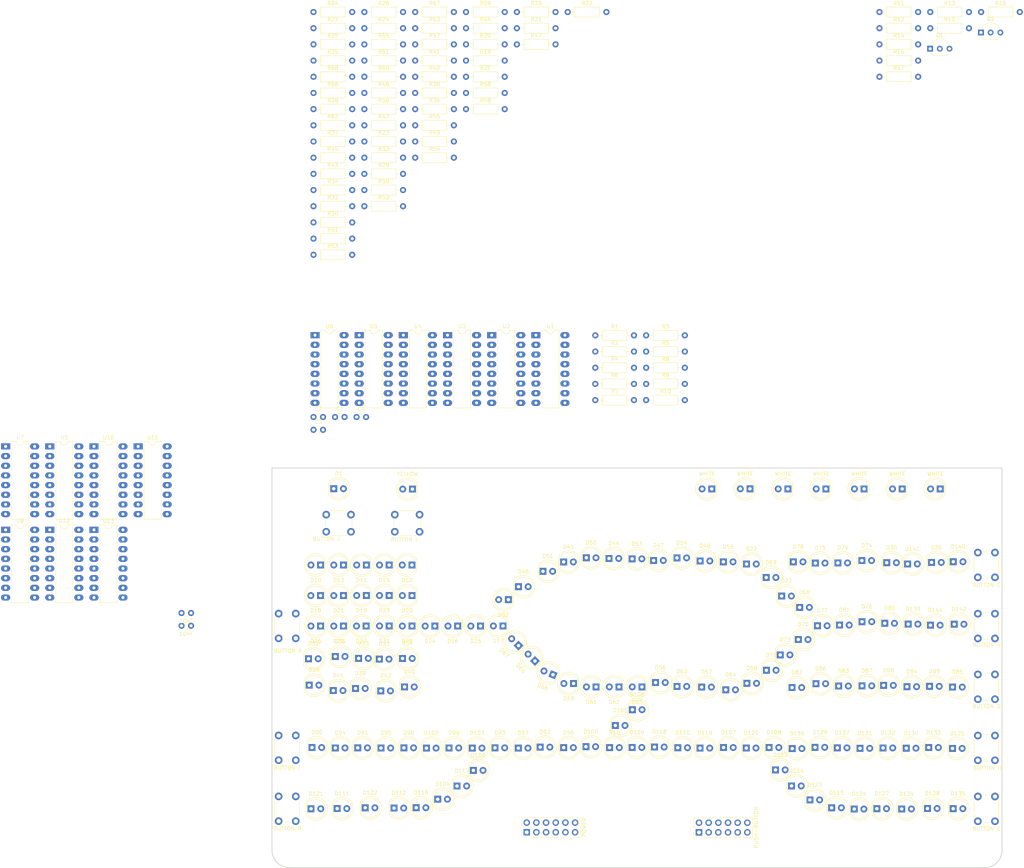
<source format=kicad_pcb>
(kicad_pcb (version 20221018) (generator pcbnew)
  (layers (0 "F.Cu" signal) (31 "B.Cu" signal) (34 "B.Paste" user) (35 "F.Paste" user) (36 "B.SilkS" user "B.Silkscreen") (37 "F.SilkS" user "F.Silkscreen") (38 "B.Mask" user) (39 "F.Mask" user) (44 "Edge.Cuts" user))
  (net 0 "")
  (net 1 "Net-(D1-Pad1)")
  (net 2 "+12P")
  (net 3 "Net-(D2-Pad1)")
  (net 4 "Net-(D3-Pad1)")
  (net 5 "Net-(D4-Pad1)")
  (net 6 "Net-(D5-Pad1)")
  (net 7 "Net-(D7-Pad1)")
  (net 8 "Net-(D8-Pad1)")
  (net 9 "Net-(D10-Pad1)")
  (net 10 "Net-(D11-Pad1)")
  (net 11 "Net-(D13-Pad1)")
  (net 12 "Net-(D16-Pad1)")
  (net 13 "Net-(D18-Pad1)")
  (net 14 "Net-(D19-Pad1)")
  (net 15 "Net-(D21-Pad1)")
  (net 16 "Net-(D24-Pad1)")
  (net 17 "Net-(D26-Pad1)")
  (net 18 "Net-(D27-Pad1)")
  (net 19 "Net-(D29-Pad1)")
  (net 20 "Net-(D32-Pad1)")
  (net 21 "Net-(D33-Pad1)")
  (net 22 "Net-(D35-Pad1)")
  (net 23 "Net-(D38-Pad1)")
  (net 24 "Net-(D39-Pad1)")
  (net 25 "Net-(D41-Pad1)")
  (net 26 "/Panel Display Buttons/PB-GS")
  (net 27 "/Panel Display Buttons/PB-PL1")
  (net 28 "/Panel Display Buttons/PB-PL2")
  (net 29 "/Panel Display Buttons/PB-MLE")
  (net 30 "/Panel Display Buttons/PB-SD")
  (net 31 "/Panel Display Buttons/PB-DK")
  (net 32 "/Panel Display Buttons/PB-MLW")
  (net 33 "/Panel Display Buttons/PB-FY")
  (net 34 "/Panel Display Buttons/PB-AUX2")
  (net 35 "/Panel Display Buttons/PB-AUX1")
  (net 36 "GND")
  (net 37 "Net-(J2-Pad7)")
  (net 38 "/LED Aux/AUX2")
  (net 39 "/LED Aux/AUX1")
  (net 40 "+5V")
  (net 41 "Net-(Q1-Pad1)")
  (net 42 "Net-(Q1-Pad2)")
  (net 43 "Net-(Q2-Pad1)")
  (net 44 "Net-(Q2-Pad2)")
  (net 45 "/LED1")
  (net 46 "/LED24")
  (net 47 "/LED6")
  (net 48 "/LED2")
  (net 49 "/LED25")
  (net 50 "/LED29")
  (net 51 "/LED3")
  (net 52 "/LED26")
  (net 53 "/LED4")
  (net 54 "/LED27")
  (net 55 "/LED5")
  (net 56 "/LED28")
  (net 57 "/LED8")
  (net 58 "/LED7")
  (net 59 "/LED9")
  (net 60 "/LED16")
  (net 61 "/LED15")
  (net 62 "/LED14")
  (net 63 "/LED13")
  (net 64 "/LED12")
  (net 65 "/LED11")
  (net 66 "/LED10")
  (net 67 "/LED17")
  (net 68 "/LED23")
  (net 69 "/LED22")
  (net 70 "/LED21")
  (net 71 "/LED20")
  (net 72 "/LED19")
  (net 73 "/LED18")
  (net 74 "/LED30")
  (net 75 "/LED31")
  (net 76 "/LED32")
  (net 77 "/LED34")
  (net 78 "/LED35")
  (net 79 "/LED36")
  (net 80 "/LED37")
  (net 81 "/LED38")
  (net 82 "/LED39")
  (net 83 "/LED40")
  (net 84 "/LED33")
  (net 85 "/LED42")
  (net 86 "/LED43")
  (net 87 "/LED44")
  (net 88 "/LED45")
  (net 89 "/LED46")
  (net 90 "/LED47")
  (net 91 "/LED48")
  (net 92 "/LED41")
  (net 93 "Net-(D44-Pad2)")
  (net 94 "Net-(D47-Pad2)")
  (net 95 "Net-(D50-Pad2)")
  (net 96 "Net-(D53-Pad2)")
  (net 97 "Net-(D56-Pad1)")
  (net 98 "Net-(D57-Pad1)")
  (net 99 "Net-(D59-Pad2)")
  (net 100 "Net-(D59-Pad1)")
  (net 101 "Net-(D61-Pad1)")
  (net 102 "Net-(D63-Pad1)")
  (net 103 "Net-(D78-Pad1)")
  (net 104 "Net-(D82-Pad1)")
  (net 105 "Net-(D84-Pad1)")
  (net 106 "Net-(D86-Pad1)")
  (net 107 "Net-(D88-Pad1)")
  (net 108 "Net-(D92-Pad1)")
  (net 109 "Net-(D100-Pad1)")
  (net 110 "Net-(D96-Pad1)")
  (net 111 "Net-(D104-Pad2)")
  (net 112 "Net-(D104-Pad1)")
  (net 113 "Net-(D107-Pad2)")
  (net 114 "Net-(D107-Pad1)")
  (net 115 "Net-(D109-Pad1)")
  (net 116 "Net-(D113-Pad1)")
  (net 117 "Net-(D114-Pad1)")
  (net 118 "Net-(D116-Pad2)")
  (net 119 "Net-(D116-Pad1)")
  (net 120 "Net-(D118-Pad1)")
  (net 121 "Net-(D119-Pad1)")
  (net 122 "Net-(D123-Pad1)")
  (net 123 "Net-(D125-Pad2)")
  (net 124 "Net-(D127-Pad1)")
  (net 125 "Net-(D129-Pad1)")
  (net 126 "Net-(D130-Pad2)")
  (net 127 "Net-(D132-Pad2)")
  (net 128 "Net-(D132-Pad1)")
  (net 129 "Net-(D134-Pad1)")
  (net 130 "Net-(D136-Pad1)")
  (net 131 "DATA")
  (net 132 "DCLK")
  (net 133 "RST")
  (net 134 "DLAT")
  (net 135 "Net-(D139-Pad1)")
  (net 136 "Net-(J1-Pad7)")
  (net 137 "Net-(J1-Pad6)")
  (net 138 "Net-(J2-Pad6)")
  (net 139 "Net-(J2-Pad9)")
  (net 140 "Net-(D61-Pad2)")
  (net 141 "Net-(D14-Pad1)")
  (net 142 "Net-(D3-Pad2)")
  (net 143 "Net-(D7-Pad2)")
  (net 144 "Net-(D10-Pad2)")
  (net 145 "Net-(D13-Pad2)")
  (net 146 "Net-(D14-Pad2)")
  (net 147 "Net-(D16-Pad2)")
  (net 148 "Net-(D18-Pad2)")
  (net 149 "Net-(D21-Pad2)")
  (net 150 "Net-(D22-Pad2)")
  (net 151 "Net-(D24-Pad2)")
  (net 152 "Net-(D26-Pad2)")
  (net 153 "Net-(D29-Pad2)")
  (net 154 "Net-(D30-Pad1)")
  (net 155 "Net-(D30-Pad2)")
  (net 156 "Net-(D32-Pad2)")
  (net 157 "Net-(D47-Pad1)")
  (net 158 "Net-(D53-Pad1)")
  (net 159 "Net-(D54-Pad1)")
  (net 160 "Net-(D71-Pad2)")
  (net 161 "Net-(D72-Pad2)")
  (net 162 "Net-(D73-Pad2)")
  (net 163 "Net-(D74-Pad2)")
  (net 164 "Net-(D75-Pad2)")
  (net 165 "Net-(D76-Pad2)")
  (net 166 "Net-(D77-Pad2)")
  (net 167 "Net-(D100-Pad2)")
  (net 168 "Net-(D101-Pad2)")
  (net 169 "Net-(D78-Pad2)")
  (net 170 "Net-(D102-Pad2)")
  (net 171 "Net-(D103-Pad2)")
  (net 172 "Net-(D80-Pad2)")
  (net 173 "Net-(D81-Pad2)")
  (net 174 "Net-(D105-Pad2)")
  (net 175 "Net-(D82-Pad2)")
  (net 176 "Net-(D106-Pad2)")
  (net 177 "Net-(D84-Pad2)")
  (net 178 "Net-(D109-Pad2)")
  (net 179 "Net-(D86-Pad2)")
  (net 180 "Net-(D111-Pad2)")
  (net 181 "Net-(D88-Pad2)")
  (net 182 "Net-(D113-Pad2)")
  (net 183 "Net-(D90-Pad2)")
  (net 184 "Net-(D91-Pad2)")
  (net 185 "Net-(D114-Pad2)")
  (net 186 "Net-(D117-Pad2)")
  (net 187 "Net-(D118-Pad2)")
  (net 188 "Net-(D134-Pad2)")
  (net 189 "Net-(U1-Pad7)")
  (net 190 "Net-(U1-Pad6)")
  (net 191 "Net-(U1-Pad5)")
  (net 192 "Net-(U1-Pad4)")
  (net 193 "Net-(U1-Pad3)")
  (net 194 "Net-(U1-Pad2)")
  (net 195 "Net-(U1-Pad9)")
  (net 196 "Net-(U1-Pad1)")
  (net 197 "Net-(U2-Pad7)")
  (net 198 "Net-(U2-Pad6)")
  (net 199 "Net-(U2-Pad5)")
  (net 200 "Net-(U2-Pad4)")
  (net 201 "Net-(U2-Pad3)")
  (net 202 "Net-(U2-Pad2)")
  (net 203 "Net-(U2-Pad9)")
  (net 204 "Net-(U2-Pad1)")
  (net 205 "Net-(U3-Pad7)")
  (net 206 "Net-(U3-Pad6)")
  (net 207 "Net-(U3-Pad5)")
  (net 208 "Net-(U3-Pad4)")
  (net 209 "Net-(U3-Pad3)")
  (net 210 "Net-(U3-Pad2)")
  (net 211 "Net-(U3-Pad9)")
  (net 212 "Net-(U3-Pad1)")
  (net 213 "Net-(U4-Pad9)")
  (net 214 "EX1")
  (net 215 "Net-(U5-Pad9)")
  (net 216 "EX2")
  (net 217 "Net-(U10-Pad14)")
  (net 218 "EX3")
  (net 219 "Net-(U10-Pad15)")
  (net 220 "Net-(U7-Pad9)")
  (net 221 "Net-(U10-Pad1)")
  (net 222 "Net-(U10-Pad2)")
  (net 223 "Net-(U10-Pad3)")
  (net 224 "Net-(U10-Pad4)")
  (net 225 "Net-(U10-Pad5)")
  (net 226 "Net-(U10-Pad6)")
  (net 227 "Net-(U11-Pad6)")
  (net 228 "Net-(U11-Pad5)")
  (net 229 "Net-(U11-Pad4)")
  (net 230 "Net-(U11-Pad3)")
  (net 231 "Net-(U11-Pad2)")
  (net 232 "Net-(U11-Pad1)")
  (net 233 "Net-(U8-Pad9)")
  (net 234 "Net-(U11-Pad15)")
  (net 235 "Net-(U12-Pad15)")
  (net 236 "Net-(U9-Pad9)")
  (net 237 "Net-(U12-Pad1)")
  (net 238 "Net-(U12-Pad2)")
  (net 239 "Net-(U12-Pad3)")
  (net 240 "Net-(U12-Pad4)")
  (net 241 "Net-(U12-Pad5)")
  (net 242 "Net-(U12-Pad6)")
  (net 243 "EX4")
  (net 244 "Net-(U10-Pad9)")
  (net 245 "Net-(U11-Pad9)")
  (net 246 "EX5")
  (net 247 "EX6")
  (net 248 "Net-(U12-Pad9)")
  (net 249 "Net-(U13-Pad7)")
  (net 250 "Net-(U13-Pad10)")
  (net 251 "Net-(U13-Pad9)")
  (net 252 "Net-(D35-Pad2)")
  (net 253 "Net-(D38-Pad2)")
  (net 254 "Net-(D41-Pad2)")
  (net 255 "Net-(D45-Pad2)")
  (net 256 "Net-(D46-Pad2)")
  (net 257 "Net-(D51-Pad2)")
  (net 258 "Net-(D52-Pad2)")
  (net 259 "Net-(D56-Pad2)")
  (net 260 "Net-(D60-Pad2)")
  (net 261 "Net-(D63-Pad2)")
  (net 262 "Net-(D66-Pad2)")
  (net 263 "Net-(D67-Pad2)")
  (net 264 "Net-(D68-Pad2)")
  (net 265 "Net-(D69-Pad2)")
  (net 266 "Net-(D70-Pad2)")
  (net 267 "Net-(D141-Pad2)")
  (net 268 "Net-(D139-Pad2)")
  (net 269 "Net-(D144-Pad2)")
  (net 270 "Net-(D94-Pad2)")
  (net 271 "Net-(D95-Pad2)")
  (net 272 "Net-(D98-Pad2)")
  (net 273 "Net-(D99-Pad2)")
  (net 274 "Net-(D121-Pad2)")
  (net 275 "Net-(D127-Pad2)")
  (net 276 "Net-(D129-Pad2)")
  (net 277 "Net-(D136-Pad2)")
  (net 278 "Net-(D140-Pad2)")
  (footprint "Capacitors_THT:C_Disc_D3.0mm_W1.6mm_P2.50mm" (layer "F.Cu") (at 27.8608 76.4286)
    (fp_text reference "C5")
    (fp_text value "10nF")
  )
  (footprint "Capacitors_THT:C_Disc_D3.0mm_W1.6mm_P2.50mm" (layer "F.Cu") (at 27.8608 79.7786)
    (fp_text reference "C6")
    (fp_text value "10nF")
  )
  (footprint "Pin_Headers:Pin_Header_Straight_2x06_Pitch2.54mm" (layer "F.Cu") (at 163.7538 134.0358 90)
    (fp_text reference "J1")
    (fp_text value "PUSH-BUTTON")
  )
  (footprint "carnivalben:SW_PUSH_6mm_4pin" (layer "F.Cu") (at 53.3654 131.0894 90)
    (fp_text reference "SW5")
    (fp_text value "BUTTON B")
  )
  (footprint "carnivalben:SW_PUSH_6mm_4pin" (layer "F.Cu") (at 236.982 67.056 90)
    (fp_text reference "SW6")
    (fp_text value "BUTTON C")
  )
  (footprint "carnivalben:SW_PUSH_6mm_4pin" (layer "F.Cu") (at 236.982 115.1128 90)
    (fp_text reference "SW9")
    (fp_text value "BUTTON H")
  )
  (footprint "carnivalben:SW_PUSH_6mm_4pin" (layer "F.Cu") (at 236.982 83.1088 90)
    (fp_text reference "SW7")
    (fp_text value "BUTTON G")
  )
  (footprint "carnivalben:SW_PUSH_6mm_4pin" (layer "F.Cu") (at 236.982 99.06 90)
    (fp_text reference "SW8")
    (fp_text value "BUTTON D")
  )
  (footprint "carnivalben:SW_PUSH_6mm_4pin" (layer "F.Cu") (at 236.982 131.1148 90)
    (fp_text reference "SW10")
    (fp_text value "BUTTON E")
  )
  (footprint "carnivalben:SW_PUSH_6mm_4pin" (layer "F.Cu") (at 53.3654 83.0834 90)
    (fp_text reference "SW3")
    (fp_text value "BUTTON A")
  )
  (footprint "carnivalben:SW_PUSH_6mm_4pin" (layer "F.Cu") (at 53.3654 115.0874 90)
    (fp_text reference "SW4")
    (fp_text value "BUTTON F")
  )
  (footprint "carnivalben:SW_PUSH_6mm_4pin" (layer "F.Cu") (at 65.8622 50.5968)
    (fp_text reference "SW2")
    (fp_text value "BUTTON J")
  )
  (footprint "carnivalben:SW_PUSH_6mm_4pin" (layer "F.Cu") (at 83.8708 50.5968)
    (fp_text reference "SW1")
    (fp_text value "BUTTON I")
  )
  (footprint "Mounting_Holes:MountingHole_3.2mm_M3" (layer "F.Cu") (at 236.8296 44.8564)
    (fp_text reference "REF**")
    (fp_text value "M3")
  )
  (footprint "Mounting_Holes:MountingHole_3.2mm_M3" (layer "F.Cu") (at 147.4724 42.8498)
    (fp_text reference "REF**")
    (fp_text value "M3")
  )
  (footprint "LEDs:LED_D5.0mm" (layer "F.Cu") (at 227.1014 43.8404 180)
    (fp_text reference "D9")
    (fp_text value "WHITE")
  )
  (footprint "Pin_Headers:Pin_Header_Straight_2x06_Pitch2.54mm" (layer "F.Cu") (at 118.5164 134.0104 90)
    (fp_text reference "J2")
    (fp_text value "POWER")
  )
  (footprint "LEDs:LED_D5.0mm" (layer "F.Cu") (at 207.1116 43.8404 180)
    (fp_text reference "D7")
    (fp_text value "WHITE")
  )
  (footprint "LEDs:LED_D5.0mm" (layer "F.Cu") (at 177.1396 43.815 180)
    (fp_text reference "D4")
    (fp_text value "WHITE")
  )
  (footprint "LEDs:LED_D5.0mm" (layer "F.Cu") (at 167.1066 43.8404 180)
    (fp_text reference "D3")
    (fp_text value "WHITE")
  )
  (footprint "LEDs:LED_D5.0mm" (layer "F.Cu") (at 187.0964 43.8404 180)
    (fp_text reference "D5")
    (fp_text value "WHITE")
  )
  (footprint "LEDs:LED_D5.0mm" (layer "F.Cu") (at 217.1192 43.8404 180)
    (fp_text reference "D8")
    (fp_text value "WHITE")
  )
  (footprint "LEDs:LED_D5.0mm" (layer "F.Cu") (at 88.4936 43.8912 180)
    (fp_text reference "D2")
    (fp_text value "YELLOW")
  )
  (footprint "Mounting_Holes:MountingHole_3.2mm_M3" (layer "F.Cu") (at 147.4724 139.7762)
    (fp_text reference "REF**")
    (fp_text value "M3")
  )
  (footprint "Mounting_Holes:MountingHole_3.2mm_M3" (layer "F.Cu") (at 58.0898 139.8016)
    (fp_text reference "REF**")
    (fp_text value "M3")
  )
  (footprint "Mounting_Holes:MountingHole_3.2mm_M3" (layer "F.Cu") (at 236.8296 139.8016)
    (fp_text reference "REF**")
    (fp_text value "M3")
  )
  (footprint "Mounting_Holes:MountingHole_3.2mm_M3" (layer "F.Cu") (at 57.1246 44.8564)
    (fp_text reference "REF**")
    (fp_text value "M3")
  )
  (footprint "LEDs:LED_D5.0mm" (layer "F.Cu") (at 73.5584 96.2406)
    (fp_text reference "D39")
    (fp_text value "GREEN")
  )
  (footprint "LEDs:LED_D5.0mm" (layer "F.Cu") (at 185.0898 87.4268)
    (fp_text reference "D73")
    (fp_text value "GREEN")
  )
  (footprint "LEDs:LED_D5.0mm" (layer "F.Cu") (at 98.1202 111.8616)
    (fp_text reference "D99")
    (fp_text value "GREEN")
  )
  (footprint "LEDs:LED_D5.0mm" (layer "F.Cu") (at 223.7486 127.762)
    (fp_text reference "D128")
    (fp_text value "GREEN")
  )
  (footprint "Housings_DIP:DIP-16_W7.62mm_LongPads" (layer "F.Cu") (at -18.3308 32.683)
    (fp_text reference "U7")
    (fp_text value "ULN2003A")
  )
  (footprint "Housings_DIP:DIP-16_W7.62mm_LongPads" (layer "F.Cu") (at -18.3308 54.583)
    (fp_text reference "U8")
    (fp_text value "ULN2003A")
  )
  (footprint "Housings_DIP:DIP-16_W7.62mm_LongPads" (layer "F.Cu") (at -6.7308 32.683)
    (fp_text reference "U9")
    (fp_text value "ULN2003A")
  )
  (footprint "Housings_DIP:DIP-16_W7.62mm_LongPads" (layer "F.Cu") (at 4.8692 32.683)
    (fp_text reference "U10")
    (fp_text value "74HC595")
  )
  (footprint "Housings_DIP:DIP-16_W7.62mm_LongPads" (layer "F.Cu") (at 16.4692 32.683)
    (fp_text reference "U11")
    (fp_text value "74HC595")
  )
  (footprint "Housings_DIP:DIP-16_W7.62mm_LongPads" (layer "F.Cu") (at -6.7308 54.583)
    (fp_text reference "U12")
    (fp_text value "74HC595")
  )
  (footprint "Housings_DIP:DIP-16_W7.62mm_LongPads" (layer "F.Cu") (at 4.8692 54.583)
    (fp_text reference "U13")
    (fp_text value "ULN2003A")
  )
  (footprint "Capacitors_THT:C_Disc_D3.0mm_W1.6mm_P2.50mm" (layer "F.Cu") (at 68.1736 24.9682)
    (fp_text reference "C1")
    (fp_text value "10nF")
  )
  (footprint "Capacitors_THT:C_Disc_D3.0mm_W1.6mm_P2.50mm" (layer "F.Cu") (at 62.5236 24.9682)
    (fp_text reference "C2")
    (fp_text value "10nF")
  )
  (footprint "Capacitors_THT:C_Disc_D3.0mm_W1.6mm_P2.50mm" (layer "F.Cu") (at 62.5236 28.3182)
    (fp_text reference "C3")
    (fp_text value "10nF")
  )
  (footprint "Capacitors_THT:C_Disc_D3.0mm_W1.6mm_P2.50mm" (layer "F.Cu") (at 73.8236 24.9682)
    (fp_text reference "C4")
    (fp_text value "10nF")
  )
  (footprint "LEDs:LED_D5.0mm" (layer "F.Cu") (at 67.8434 43.7896)
    (fp_text reference "D1")
    (fp_text value "YELLOW")
  )
  (footprint "LEDs:LED_D5.0mm" (layer "F.Cu") (at 64.389 63.8302 180)
    (fp_text reference "D10")
    (fp_text value "GREEN")
  )
  (footprint "LEDs:LED_D5.0mm" (layer "F.Cu") (at 76.4032 63.8302 180)
    (fp_text reference "D11")
    (fp_text value "GREEN")
  )
  (footprint "LEDs:LED_D5.0mm" (layer "F.Cu") (at 88.3666 63.8302 180)
    (fp_text reference "D12")
    (fp_text value "GREEN")
  )
  (footprint "LEDs:LED_D5.0mm" (layer "F.Cu") (at 70.3834 63.8302 180)
    (fp_text reference "D13")
    (fp_text value "RED")
  )
  (footprint "LEDs:LED_D5.0mm" (layer "F.Cu") (at 140.2842 111.7854)
    (fp_text reference "D14")
    (fp_text value "RED")
  )
  (footprint "LEDs:LED_D5.0mm" (layer "F.Cu") (at 82.3976 63.8302 180)
    (fp_text reference "D15")
    (fp_text value "RED")
  )
  (footprint "LEDs:LED_D5.0mm" (layer "F.Cu") (at 100.3808 79.8576 180)
    (fp_text reference "D16")
    (fp_text value "GREEN")
  )
  (footprint "LEDs:LED_D5.0mm" (layer "F.Cu") (at 112.2934 79.8322 180)
    (fp_text reference "D17")
    (fp_text value "GREEN")
  )
  (footprint "LEDs:LED_D5.0mm" (layer "F.Cu") (at 64.3636 71.8566 180)
    (fp_text reference "D18")
    (fp_text value "GREEN")
  )
  (footprint "LEDs:LED_D5.0mm" (layer "F.Cu") (at 76.4032 71.8312 180)
    (fp_text reference "D19")
    (fp_text value "GREEN")
  )
  (footprint "LEDs:LED_D5.0mm" (layer "F.Cu") (at 88.392 71.8566 180)
    (fp_text reference "D20")
    (fp_text value "GREEN")
  )
  (footprint "LEDs:LED_D5.0mm" (layer "F.Cu") (at 70.3834 71.8566 180)
    (fp_text reference "D21")
    (fp_text value "RED")
  )
  (footprint "LEDs:LED_D5.0mm" (layer "F.Cu") (at 82.3976 71.8312 180)
    (fp_text reference "D23")
    (fp_text value "RED")
  )
  (footprint "LEDs:LED_D5.0mm" (layer "F.Cu") (at 94.3864 79.8576 180)
    (fp_text reference "D24")
    (fp_text value "RED")
  )
  (footprint "LEDs:LED_D5.0mm" (layer "F.Cu") (at 106.3752 79.8576 180)
    (fp_text reference "D25")
    (fp_text value "RED")
  )
  (footprint "LEDs:LED_D5.0mm" (layer "F.Cu") (at 64.389 79.8576 180)
    (fp_text reference "D26")
    (fp_text value "GREEN")
  )
  (footprint "LEDs:LED_D5.0mm" (layer "F.Cu") (at 76.3524 79.8576 180)
    (fp_text reference "D27")
    (fp_text value "GREEN")
  )
  (footprint "LEDs:LED_D5.0mm" (layer "F.Cu") (at 88.392 79.8576 180)
    (fp_text reference "D28")
    (fp_text value "GREEN")
  )
  (footprint "LEDs:LED_D5.0mm" (layer "F.Cu") (at 70.3834 79.8576 180)
    (fp_text reference "D29")
    (fp_text value "RED")
  )
  (footprint "LEDs:LED_D5.0mm" (layer "F.Cu") (at 213.0552 63.2206)
    (fp_text reference "D30")
    (fp_text value "RED")
  )
  (footprint "LEDs:LED_D5.0mm" (layer "F.Cu") (at 82.3976 79.8322 180)
    (fp_text reference "D31")
    (fp_text value "RED")
  )
  (footprint "LEDs:LED_D5.0mm" (layer "F.Cu") (at 61.214 88.4428)
    (fp_text reference "D32")
    (fp_text value "GREEN")
  )
  (footprint "LEDs:LED_D5.0mm" (layer "F.Cu") (at 74.3712 88.3412)
    (fp_text reference "D33")
    (fp_text value "GREEN")
  )
  (footprint "LEDs:LED_D5.0mm" (layer "F.Cu") (at 85.9028 88.3666)
    (fp_text reference "D34")
    (fp_text value "GREEN")
  )
  (footprint "LEDs:LED_D5.0mm" (layer "F.Cu") (at 68.2498 87.8332)
    (fp_text reference "D35")
    (fp_text value "RED")
  )
  (footprint "LEDs:LED_D5.0mm" (layer "F.Cu") (at 224.8408 63.1444)
    (fp_text reference "D36")
    (fp_text value "RED")
  )
  (footprint "LEDs:LED_D5.0mm" (layer "F.Cu") (at 79.8068 88.5444)
    (fp_text reference "D37")
    (fp_text value "RED")
  )
  (footprint "LEDs:LED_D5.0mm" (layer "F.Cu") (at 61.3918 95.377)
    (fp_text reference "D38")
    (fp_text value "GREEN")
  )
  (footprint "LEDs:LED_D5.0mm" (layer "F.Cu") (at 86.4362 95.8342)
    (fp_text reference "D40")
    (fp_text value "GREEN")
  )
  (footprint "LEDs:LED_D5.0mm" (layer "F.Cu") (at 67.7164 96.7994)
    (fp_text reference "D41")
    (fp_text value "RED")
  )
  (footprint "LEDs:LED_D5.0mm" (layer "F.Cu") (at 80.1878 96.8756)
    (fp_text reference "D43")
    (fp_text value "RED")
  )
  (footprint "LEDs:LED_D5.0mm" (layer "F.Cu") (at 140.1318 62.103)
    (fp_text reference "D44")
    (fp_text value "GREEN")
  )
  (footprint "LEDs:LED_D5.0mm" (layer "F.Cu") (at 128.2192 63.0174)
    (fp_text reference "D45")
    (fp_text value "GREEN")
  )
  (footprint "LEDs:LED_D5.0mm" (layer "F.Cu") (at 116.3574 69.5198)
    (fp_text reference "D46")
    (fp_text value "GREEN")
  )
  (footprint "LEDs:LED_D5.0mm" (layer "F.Cu") (at 151.8412 62.6364)
    (fp_text reference "D47")
    (fp_text value "GREEN")
  )
  (footprint "LEDs:LED_D5.0mm" (layer "F.Cu") (at 164.0586 62.7634)
    (fp_text reference "D48")
    (fp_text value "GREEN")
  )
  (footprint "LEDs:LED_D5.0mm" (layer "F.Cu") (at 134.1628 61.9252)
    (fp_text reference "D50")
    (fp_text value "RED")
  )
  (footprint "LEDs:LED_D5.0mm" (layer "F.Cu") (at 122.7836 65.4812)
    (fp_text reference "D51")
    (fp_text value "RED")
  )
  (footprint "LEDs:LED_D5.0mm" (layer "F.Cu") (at 113.6904 72.9234 180)
    (fp_text reference "D52")
    (fp_text value "RED")
  )
  (footprint "LEDs:LED_D5.0mm" (layer "F.Cu") (at 146.2024 62.2046)
    (fp_text reference "D53")
    (fp_text value "RED")
  )
  (footprint "LEDs:LED_D5.0mm" (layer "F.Cu") (at 157.9626 61.9506)
    (fp_text reference "D54")
    (fp_text value "RED")
  )
  (footprint "LEDs:LED_D5.0mm" (layer "F.Cu") (at 170.1546 62.992)
    (fp_text reference "D55")
    (fp_text value "RED")
  )
  (footprint "LEDs:LED_D5.0mm" (layer "F.Cu") (at 152.3492 94.6912)
    (fp_text reference "D56")
    (fp_text value "GREEN")
  )
  (footprint "LEDs:LED_D5.0mm" (layer "F.Cu") (at 164.465 95.885)
    (fp_text reference "D57")
    (fp_text value "GREEN")
  )
  (footprint "LEDs:LED_D5.0mm" (layer "F.Cu") (at 176.3268 94.8944)
    (fp_text reference "D58")
    (fp_text value "GREEN")
  )
  (footprint "LEDs:LED_D5.0mm" (layer "F.Cu") (at 130.81 94.9452 180)
    (fp_text reference "D59")
    (fp_text value "GREEN")
  )
  (footprint "LEDs:LED_D5.0mm" (layer "F.Cu") (at 120.6754 89.027 135)
    (fp_text reference "D60")
    (fp_text value "GREEN")
  )
  (footprint "LEDs:LED_D5.0mm" (layer "F.Cu") (at 136.7282 95.8342 180)
    (fp_text reference "D61")
    (fp_text value "RED")
  )
  (footprint "LEDs:LED_D5.0mm" (layer "F.Cu") (at 142.748 95.8342 180)
    (fp_text reference "D62")
    (fp_text value "GREEN")
  )
  (footprint "LEDs:LED_D5.0mm" (layer "F.Cu") (at 157.988 95.7072)
    (fp_text reference "D63")
    (fp_text value "RED")
  )
  (footprint "LEDs:LED_D5.0mm" (layer "F.Cu") (at 170.7896 96.5962)
    (fp_text reference "D64")
    (fp_text value "RED")
  )
  (footprint "LEDs:LED_D5.0mm" (layer "F.Cu") (at 125.3998 92.6338 157.5)
    (fp_text reference "D66")
    (fp_text value "RED")
  )
  (footprint "LEDs:LED_D5.0mm" (layer "F.Cu") (at 116.3574 84.9884 135)
    (fp_text reference "D67")
    (fp_text value "RED")
  )
  (footprint "LEDs:LED_D5.0mm" (layer "F.Cu") (at 190.1952 74.9554)
    (fp_text reference "D68")
    (fp_text value "RED")
  )
  (footprint "LEDs:LED_D5.0mm" (layer "F.Cu") (at 181.4068 67.1068)
    (fp_text reference "D69")
    (fp_text value "RED")
  )
  (footprint "LEDs:LED_D5.0mm" (layer "F.Cu") (at 189.8396 83.3882)
    (fp_text reference "D70")
    (fp_text value "RED")
  )
  (footprint "LEDs:LED_D5.0mm" (layer "F.Cu") (at 181.4576 91.4654)
    (fp_text reference "D71")
    (fp_text value "RED")
  )
  (footprint "LEDs:LED_D5.0mm" (layer "F.Cu") (at 185.4708 71.9836)
    (fp_text reference "D72")
    (fp_text value "GREEN")
  )
  (footprint "LEDs:LED_D5.0mm" (layer "F.Cu") (at 206.5274 62.6618)
    (fp_text reference "D74")
    (fp_text value "GREEN")
  )
  (footprint "LEDs:LED_D5.0mm" (layer "F.Cu") (at 194.31 63.3222)
    (fp_text reference "D75")
    (fp_text value "GREEN")
  )
  (footprint "LEDs:LED_D5.0mm" (layer "F.Cu") (at 206.5782 78.7146)
    (fp_text reference "D76")
    (fp_text value "GREEN")
  )
  (footprint "LEDs:LED_D5.0mm" (layer "F.Cu") (at 194.8688 79.7814)
    (fp_text reference "D77")
    (fp_text value "GREEN")
  )
  (footprint "LEDs:LED_D5.0mm" (layer "F.Cu") (at 188.5188 62.992)
    (fp_text reference "D78")
    (fp_text value "RED")
  )
  (footprint "LEDs:LED_D5.0mm" (layer "F.Cu") (at 200.2282 63.2714)
    (fp_text reference "D79")
    (fp_text value "RED")
  )
  (footprint "LEDs:LED_D5.0mm" (layer "F.Cu") (at 212.5472 79.121)
    (fp_text reference "D80")
    (fp_text value "RED")
  )
  (footprint "LEDs:LED_D5.0mm" (layer "F.Cu") (at 200.66 79.6036)
    (fp_text reference "D81")
    (fp_text value "RED")
  )
  (footprint "LEDs:LED_D5.0mm" (layer "F.Cu") (at 188.1886 96.012)
    (fp_text reference "D82")
    (fp_text value "RED")
  )
  (footprint "LEDs:LED_D5.0mm" (layer "F.Cu") (at 200.4314 95.6056)
    (fp_text reference "D83")
    (fp_text value "RED")
  )
  (footprint "LEDs:LED_D5.0mm" (layer "F.Cu") (at 218.3638 95.7834)
    (fp_text reference "D84")
    (fp_text value "GREEN")
  )
  (footprint "LEDs:LED_D5.0mm" (layer "F.Cu") (at 230.3526 95.885)
    (fp_text reference "D85")
    (fp_text value "GREEN")
  )
  (footprint "LEDs:LED_D5.0mm" (layer "F.Cu") (at 194.4624 94.996)
    (fp_text reference "D86")
    (fp_text value "GREEN")
  )
  (footprint "LEDs:LED_D5.0mm" (layer "F.Cu") (at 206.5782 95.5548)
    (fp_text reference "D87")
    (fp_text value "GREEN")
  )
  (footprint "LEDs:LED_D5.0mm" (layer "F.Cu") (at 212.2424 95.4278)
    (fp_text reference "D88")
    (fp_text value "RED")
  )
  (footprint "LEDs:LED_D5.0mm" (layer "F.Cu") (at 224.3074 95.6818)
    (fp_text reference "D89")
    (fp_text value "RED")
  )
  (footprint "LEDs:LED_D5.0mm" (layer "F.Cu") (at 62.1284 111.76)
    (fp_text reference "D90")
    (fp_text value "GREEN")
  )
  (footprint "LEDs:LED_D5.0mm" (layer "F.Cu") (at 74.1426 111.8362)
    (fp_text reference "D91")
    (fp_text value "GREEN")
  )
  (footprint "LEDs:LED_D5.0mm" (layer "F.Cu") (at 122.047 111.6584)
    (fp_text reference "D92")
    (fp_text value "GREEN")
  )
  (footprint "LEDs:LED_D5.0mm" (layer "F.Cu") (at 110.1852 111.8362)
    (fp_text reference "D93")
    (fp_text value "GREEN")
  )
  (footprint "LEDs:LED_D5.0mm" (layer "F.Cu") (at 68.2498 111.8616)
    (fp_text reference "D94")
    (fp_text value "RED")
  )
  (footprint "LEDs:LED_D5.0mm" (layer "F.Cu") (at 80.2386 111.887)
    (fp_text reference "D95")
    (fp_text value "RED")
  )
  (footprint "LEDs:LED_D5.0mm" (layer "F.Cu") (at 128.2192 111.7854)
    (fp_text reference "D96")
    (fp_text value "RED")
  )
  (footprint "LEDs:LED_D5.0mm" (layer "F.Cu") (at 116.3066 111.9124)
    (fp_text reference "D97")
    (fp_text value "RED")
  )
  (footprint "LEDs:LED_D5.0mm" (layer "F.Cu") (at 86.2584 111.8362)
    (fp_text reference "D98")
    (fp_text value "GREEN")
  )
  (footprint "LEDs:LED_D5.0mm" (layer "F.Cu") (at 134.0612 111.5314)
    (fp_text reference "D100")
    (fp_text value "GREEN")
  )
  (footprint "LEDs:LED_D5.0mm" (layer "F.Cu") (at 141.7828 105.9688)
    (fp_text reference "D101")
    (fp_text value "GREEN")
  )
  (footprint "LEDs:LED_D5.0mm" (layer "F.Cu") (at 92.1766 111.9124)
    (fp_text reference "D102")
    (fp_text value "RED")
  )
  (footprint "LEDs:LED_D5.0mm" (layer "F.Cu") (at 104.2162 111.9124)
    (fp_text reference "D103")
    (fp_text value "RED")
  )
  (footprint "LEDs:LED_D5.0mm" (layer "F.Cu") (at 95.1484 125.3236)
    (fp_text reference "D104")
    (fp_text value "RED")
  )
  (footprint "LEDs:LED_D5.0mm" (layer "F.Cu") (at 146.2532 101.8286)
    (fp_text reference "D105")
    (fp_text value "RED")
  )
  (footprint "LEDs:LED_D5.0mm" (layer "F.Cu") (at 104.4956 117.7544)
    (fp_text reference "D106")
    (fp_text value "RED")
  )
  (footprint "LEDs:LED_D5.0mm" (layer "F.Cu") (at 170.2054 111.76)
    (fp_text reference "D107")
    (fp_text value "GREEN")
  )
  (footprint "LEDs:LED_D5.0mm" (layer "F.Cu") (at 182.1688 111.76)
    (fp_text reference "D108")
    (fp_text value "GREEN")
  )
  (footprint "LEDs:LED_D5.0mm" (layer "F.Cu") (at 146.2024 111.7346)
    (fp_text reference "D109")
    (fp_text value "GREEN")
  )
  (footprint "LEDs:LED_D5.0mm" (layer "F.Cu") (at 158.1912 111.8108)
    (fp_text reference "D110")
    (fp_text value "GREEN")
  )
  (footprint "LEDs:LED_D5.0mm" (layer "F.Cu") (at 68.7324 127.7874)
    (fp_text reference "D111")
    (fp_text value "RED")
  )
  (footprint "LEDs:LED_D5.0mm" (layer "F.Cu") (at 83.6676 127.6604)
    (fp_text reference "D112")
    (fp_text value "RED")
  )
  (footprint "LEDs:LED_D5.0mm" (layer "F.Cu") (at 183.8452 117.6274)
    (fp_text reference "D113")
    (fp_text value "RED")
  )
  (footprint "LEDs:LED_D5.0mm" (layer "F.Cu") (at 188.0616 121.8438)
    (fp_text reference "D114")
    (fp_text value "GREEN")
  )
  (footprint "LEDs:LED_D5.0mm" (layer "F.Cu") (at 198.6026 127.5842)
    (fp_text reference "D115")
    (fp_text value "GREEN")
  )
  (footprint "LEDs:LED_D5.0mm" (layer "F.Cu") (at 89.4842 127.5588)
    (fp_text reference "D116")
    (fp_text value "GREEN")
  )
  (footprint "LEDs:LED_D5.0mm" (layer "F.Cu") (at 152.0698 111.633)
    (fp_text reference "D118")
    (fp_text value "RED")
  )
  (footprint "LEDs:LED_D5.0mm" (layer "F.Cu") (at 164.0332 111.9124)
    (fp_text reference "D119")
    (fp_text value "RED")
  )
  (footprint "LEDs:LED_D5.0mm" (layer "F.Cu") (at 176.1744 111.887)
    (fp_text reference "D120")
    (fp_text value "RED")
  )
  (footprint "LEDs:LED_D5.0mm" (layer "F.Cu") (at 61.8744 127.8382)
    (fp_text reference "D121")
    (fp_text value "GREEN")
  )
  (footprint "LEDs:LED_D5.0mm" (layer "F.Cu") (at 76.0984 127.5842)
    (fp_text reference "D122")
    (fp_text value "GREEN")
  )
  (footprint "LEDs:LED_D5.0mm" (layer "F.Cu") (at 192.8876 125.5014)
    (fp_text reference "D123")
    (fp_text value "RED")
  )
  (footprint "LEDs:LED_D5.0mm" (layer "F.Cu") (at 204.5208 127.9144)
    (fp_text reference "D124")
    (fp_text value "RED")
  )
  (footprint "LEDs:LED_D5.0mm" (layer "F.Cu") (at 230.3272 111.9886)
    (fp_text reference "D125")
    (fp_text value "GREEN")
  )
  (footprint "LEDs:LED_D5.0mm" (layer "F.Cu") (at 210.4644 127.8128)
    (fp_text reference "D127")
    (fp_text value "GREEN")
  )
  (footprint "LEDs:LED_D5.0mm" (layer "F.Cu") (at 194.2338 111.7092)
    (fp_text reference "D129")
    (fp_text value "GREEN")
  )
  (footprint "LEDs:LED_D5.0mm" (layer "F.Cu") (at 218.186 111.9378)
    (fp_text reference "D130")
    (fp_text value "GREEN")
  )
  (footprint "LEDs:LED_D5.0mm" (layer "F.Cu") (at 206.0448 111.9632)
    (fp_text reference "D131")
    (fp_text value "GREEN")
  )
  (footprint "LEDs:LED_D5.0mm" (layer "F.Cu") (at 212.09 111.8616)
    (fp_text reference "D132")
    (fp_text value "RED")
  )
  (footprint "LEDs:LED_D5.0mm" (layer "F.Cu") (at 224.0788 111.76)
    (fp_text reference "D133")
    (fp_text value "RED")
  )
  (footprint "LEDs:LED_D5.0mm" (layer "F.Cu") (at 216.9922 127.889)
    (fp_text reference "D134")
    (fp_text value "RED")
  )
  (footprint "LEDs:LED_D5.0mm" (layer "F.Cu") (at 230.505 127.8128)
    (fp_text reference "D135")
    (fp_text value "RED")
  )
  (footprint "LEDs:LED_D5.0mm" (layer "F.Cu") (at 188.2394 112.0394)
    (fp_text reference "D136")
    (fp_text value "RED")
  )
  (footprint "LEDs:LED_D5.0mm" (layer "F.Cu") (at 200.0758 111.8362)
    (fp_text reference "D137")
    (fp_text value "RED")
  )
  (footprint "LEDs:LED_D5.0mm" (layer "F.Cu") (at 218.694 79.3496)
    (fp_text reference "D139")
    (fp_text value "GREEN")
  )
  (footprint "LEDs:LED_D5.0mm" (layer "F.Cu") (at 230.5304 62.9666)
    (fp_text reference "D140")
    (fp_text value "GREEN")
  )
  (footprint "LEDs:LED_D5.0mm" (layer "F.Cu") (at 218.5416 63.5508)
    (fp_text reference "D141")
    (fp_text value "GREEN")
  )
  (footprint "LEDs:LED_D5.0mm" (layer "F.Cu") (at 230.7844 79.375)
    (fp_text reference "D142")
    (fp_text value "GREEN")
  )
  (footprint "LEDs:LED_D5.0mm" (layer "F.Cu") (at 224.536 79.629)
    (fp_text reference "D144")
    (fp_text value "RED")
  )
  (footprint "TO_SOT_Packages_THT:TO-92_Inline_Wide" (layer "F.Cu") (at 224.4536 -71.7618)
    (fp_text reference "Q1")
    (fp_text value "2N2222")
  )
  (footprint "TO_SOT_Packages_THT:TO-92_Inline_Wide" (layer "F.Cu") (at 237.8036 -76.0118)
    (fp_text reference "Q2")
    (fp_text value "2N2222")
  )
  (footprint "Resistors_THT:R_Axial_DIN0207_L6.3mm_D2.5mm_P10.16mm_Horizontal" (layer "F.Cu") (at 136.5236 3.5182)
    (fp_text reference "R1")
    (fp_text value "10K")
  )
  (footprint "Resistors_THT:R_Axial_DIN0207_L6.3mm_D2.5mm_P10.16mm_Horizontal" (layer "F.Cu") (at 136.5236 7.7682)
    (fp_text reference "R2")
    (fp_text value "10K")
  )
  (footprint "Resistors_THT:R_Axial_DIN0207_L6.3mm_D2.5mm_P10.16mm_Horizontal" (layer "F.Cu") (at 149.8736 3.5182)
    (fp_text reference "R3")
    (fp_text value "10K")
  )
  (footprint "Resistors_THT:R_Axial_DIN0207_L6.3mm_D2.5mm_P10.16mm_Horizontal" (layer "F.Cu") (at 136.5236 12.0182)
    (fp_text reference "R4")
    (fp_text value "10K")
  )
  (footprint "Resistors_THT:R_Axial_DIN0207_L6.3mm_D2.5mm_P10.16mm_Horizontal" (layer "F.Cu") (at 149.8736 7.7682)
    (fp_text reference "R5")
    (fp_text value "10K")
  )
  (footprint "Resistors_THT:R_Axial_DIN0207_L6.3mm_D2.5mm_P10.16mm_Horizontal" (layer "F.Cu") (at 136.5236 16.2682)
    (fp_text reference "R6")
    (fp_text value "10K")
  )
  (footprint "Resistors_THT:R_Axial_DIN0207_L6.3mm_D2.5mm_P10.16mm_Horizontal" (layer "F.Cu") (at 136.5236 20.5182)
    (fp_text reference "R7")
    (fp_text value "10K")
  )
  (footprint "Resistors_THT:R_Axial_DIN0207_L6.3mm_D2.5mm_P10.16mm_Horizontal" (layer "F.Cu") (at 149.8736 12.0182)
    (fp_text reference "R8")
    (fp_text value "10K")
  )
  (footprint "Resistors_THT:R_Axial_DIN0207_L6.3mm_D2.5mm_P10.16mm_Horizontal" (layer "F.Cu") (at 149.8736 16.2682)
    (fp_text reference "R9")
    (fp_text value "10K")
  )
  (footprint "Resistors_THT:R_Axial_DIN0207_L6.3mm_D2.5mm_P10.16mm_Horizontal" (layer "F.Cu") (at 149.8736 20.5182)
    (fp_text reference "R10")
    (fp_text value "10K")
  )
  (footprint "Resistors_THT:R_Axial_DIN0207_L6.3mm_D2.5mm_P10.16mm_Horizontal" (layer "F.Cu") (at 211.1436 -81.3918)
    (fp_text reference "R11")
    (fp_text value "4.7K")
  )
  (footprint "Resistors_THT:R_Axial_DIN0207_L6.3mm_D2.5mm_P10.16mm_Horizontal" (layer "F.Cu") (at 211.1436 -77.1418)
    (fp_text reference "R12")
    (fp_text value "4.7K")
  )
  (footprint "Resistors_THT:R_Axial_DIN0207_L6.3mm_D2.5mm_P10.16mm_Horizontal" (layer "F.Cu") (at 224.4936 -81.3918)
    (fp_text reference "R13")
    (fp_text value "10K")
  )
  (footprint "Resistors_THT:R_Axial_DIN0207_L6.3mm_D2.5mm_P10.16mm_Horizontal" (layer "F.Cu") (at 211.1436 -72.8918)
    (fp_text reference "R14")
    (fp_text value "10K")
  )
  (footprint "Resistors_THT:R_Axial_DIN0207_L6.3mm_D2.5mm_P10.16mm_Horizontal" (layer "F.Cu") (at 224.4936 -77.1418)
    (fp_text reference "R15")
    (fp_text value "400R")
  )
  (footprint "Resistors_THT:R_Axial_DIN0207_L6.3mm_D2.5mm_P10.16mm_Horizontal" (layer "F.Cu") (at 211.1436 -68.6418)
    (fp_text reference "R16")
    (fp_text value "400R")
  )
  (footprint "Resistors_THT:R_Axial_DIN0207_L6.3mm_D2.5mm_P10.16mm_Horizontal" (layer "F.Cu") (at 211.1436 -64.3918)
    (fp_text reference "R17")
    (fp_text value "400R")
  )
  (footprint "Resistors_THT:R_Axial_DIN0207_L6.3mm_D2.5mm_P10.16mm_Horizontal" (layer "F.Cu") (at 237.8436 -81.3918)
    (fp_text reference "R18")
    (fp_text value "400R")
  )
  (footprint "Resistors_THT:R_Axial_DIN0207_L6.3mm_D2.5mm_P10.16mm_Horizontal" (layer "F.Cu") (at 102.5736 -68.6418)
    (fp_text reference "R19")
    (fp_text value "4.7K")
  )
  (footprint "Resistors_THT:R_Axial_DIN0207_L6.3mm_D2.5mm_P10.16mm_Horizontal" (layer "F.Cu") (at 102.5736 -72.8918)
    (fp_text reference "R20")
    (fp_text value "4.7K")
  )
  (footprint "Resistors_THT:R_Axial_DIN0207_L6.3mm_D2.5mm_P10.16mm_Horizontal" (layer "F.Cu") (at 102.5736 -64.3918)
    (fp_text reference "R21")
    (fp_text value "4.7K")
  )
  (footprint "Resistors_THT:R_Axial_DIN0207_L6.3mm_D2.5mm_P10.16mm_Horizontal" (layer "F.Cu") (at 129.2736 -81.3918)
    (fp_text reference "R22")
    (fp_text value "4.7K")
  )
  (footprint "Resistors_THT:R_Axial_DIN0207_L6.3mm_D2.5mm_P10.16mm_Horizontal" (layer "F.Cu") (at 75.8736 -47.3918)
    (fp_text reference "R23")
    (fp_text value "4.7K")
  )
  (footprint "Resistors_THT:R_Axial_DIN0207_L6.3mm_D2.5mm_P10.16mm_Horizontal" (layer "F.Cu") (at 75.8736 -77.1418)
    (fp_text reference "R24")
    (fp_text value "4.7K")
  )
  (footprint "Resistors_THT:R_Axial_DIN0207_L6.3mm_D2.5mm_P10.16mm_Horizontal" (layer "F.Cu") (at 62.5236 -72.8918)
    (fp_text reference "R25")
    (fp_text value "4.7K")
  )
  (footprint "Resistors_THT:R_Axial_DIN0207_L6.3mm_D2.5mm_P10.16mm_Horizontal" (layer "F.Cu") (at 75.8736 -81.3918)
    (fp_text reference "R26")
    (fp_text value "4.7K")
  )
  (footprint "Resistors_THT:R_Axial_DIN0207_L6.3mm_D2.5mm_P10.16mm_Horizontal" (layer "F.Cu") (at 62.5236 -77.1418)
    (fp_text reference "R27")
    (fp_text value "4.7K")
  )
  (footprint "Resistors_THT:R_Axial_DIN0207_L6.3mm_D2.5mm_P10.16mm_Horizontal" (layer "F.Cu") (at 62.5236 -55.8918)
    (fp_text reference "R28")
    (fp_text value "4.7K")
  )
  (footprint "Resistors_THT:R_Axial_DIN0207_L6.3mm_D2.5mm_P10.16mm_Horizontal" (layer "F.Cu") (at 75.8736 -38.8918)
    (fp_text reference "R29")
    (fp_text value "4.7K")
  )
  (footprint "Resistors_THT:R_Axial_DIN0207_L6.3mm_D2.5mm_P10.16mm_Horizontal" (layer "F.Cu") (at 62.5236 -26.1418)
    (fp_text reference "R30")
    (fp_text value "4.7K")
  )
  (footprint "Resistors_THT:R_Axial_DIN0207_L6.3mm_D2.5mm_P10.16mm_Horizontal" (layer "F.Cu") (at 115.9236 -77.1418)
    (fp_text reference "R31")
    (fp_text value "4.7K")
  )
  (footprint "Resistors_THT:R_Axial_DIN0207_L6.3mm_D2.5mm_P10.16mm_Horizontal" (layer "F.Cu") (at 62.5236 -30.3918)
    (fp_text reference "R32")
    (fp_text value "4.7K")
  )
  (footprint "Resistors_THT:R_Axial_DIN0207_L6.3mm_D2.5mm_P10.16mm_Horizontal" (layer "F.Cu") (at 75.8736 -43.1418)
    (fp_text reference "R33")
    (fp_text value "4.7K")
  )
  (footprint "Resistors_THT:R_Axial_DIN0207_L6.3mm_D2.5mm_P10.16mm_Horizontal" (layer "F.Cu") (at 62.5236 -34.6418)
    (fp_text reference "R34")
    (fp_text value "4.7K")
  )
  (footprint "Resistors_THT:R_Axial_DIN0207_L6.3mm_D2.5mm_P10.16mm_Horizontal" (layer "F.Cu") (at 62.5236 -68.6418)
    (fp_text reference "R35")
    (fp_text value "4.7K")
  )
  (footprint "Resistors_THT:R_Axial_DIN0207_L6.3mm_D2.5mm_P10.16mm_Horizontal" (layer "F.Cu") (at 89.2236 -55.8918)
    (fp_text reference "R36")
    (fp_text value "4.7K")
  )
  (footprint "Resistors_THT:R_Axial_DIN0207_L6.3mm_D2.5mm_P10.16mm_Horizontal" (layer "F.Cu") (at 62.5236 -47.3918)
    (fp_text reference "R37")
    (fp_text value "4.7K")
  )
  (footprint "Resistors_THT:R_Axial_DIN0207_L6.3mm_D2.5mm_P10.16mm_Horizontal" (layer "F.Cu") (at 89.2236 -60.1418)
    (fp_text reference "R38")
    (fp_text value "4.7K")
  )
  (footprint "Resistors_THT:R_Axial_DIN0207_L6.3mm_D2.5mm_P10.16mm_Horizontal" (layer "F.Cu") (at 115.9236 -81.3918)
    (fp_text reference "R39")
    (fp_text value "4.7K")
  )
  (footprint "Resistors_THT:R_Axial_DIN0207_L6.3mm_D2.5mm_P10.16mm_Horizontal" (layer "F.Cu") (at 89.2236 -64.3918)
    (fp_text reference "R40")
    (fp_text value "4.7K")
  )
  (footprint "Resistors_THT:R_Axial_DIN0207_L6.3mm_D2.5mm_P10.16mm_Horizontal" (layer "F.Cu") (at 89.2236 -68.6418)
    (fp_text reference "R41")
    (fp_text value "4.7K")
  )
  (footprint "Resistors_THT:R_Axial_DIN0207_L6.3mm_D2.5mm_P10.16mm_Horizontal" (layer "F.Cu") (at 75.8736 -51.6418)
    (fp_text reference "R42")
    (fp_text value "4.7K")
  )
  (footprint "Resistors_THT:R_Axial_DIN0207_L6.3mm_D2.5mm_P10.16mm_Horizontal" (layer "F.Cu") (at 62.5236 -38.8918)
    (fp_text reference "R43")
    (fp_text value "4.7K")
  )
  (footprint "Resistors_THT:R_Axial_DIN0207_L6.3mm_D2.5mm_P10.16mm_Horizontal" (layer "F.Cu") (at 102.5736 -77.1418)
    (fp_text reference "R44")
    (fp_text value "4.7K")
  )
  (footprint "Resistors_THT:R_Axial_DIN0207_L6.3mm_D2.5mm_P10.16mm_Horizontal" (layer "F.Cu") (at 62.5236 -43.1418)
    (fp_text reference "R45")
    (fp_text value "4.7K")
  )
  (footprint "Resistors_THT:R_Axial_DIN0207_L6.3mm_D2.5mm_P10.16mm_Horizontal" (layer "F.Cu") (at 75.8736 -60.1418)
    (fp_text reference "R46")
    (fp_text value "4.7K")
  )
  (footprint "Resistors_THT:R_Axial_DIN0207_L6.3mm_D2.5mm_P10.16mm_Horizontal" (layer "F.Cu") (at 115.9236 -72.8918)
    (fp_text reference "R47")
    (fp_text value "4.7K")
  )
  (footprint "Resistors_THT:R_Axial_DIN0207_L6.3mm_D2.5mm_P10.16mm_Horizontal" (layer "F.Cu") (at 102.5736 -55.8918)
    (fp_text reference "R48")
    (fp_text value "4.7K")
  )
  (footprint "Resistors_THT:R_Axial_DIN0207_L6.3mm_D2.5mm_P10.16mm_Horizontal" (layer "F.Cu") (at 89.2236 -47.3918)
    (fp_text reference "R49")
    (fp_text value "4.7K")
  )
  (footprint "Resistors_THT:R_Axial_DIN0207_L6.3mm_D2.5mm_P10.16mm_Horizontal" (layer "F.Cu") (at 75.8736 -34.6418)
    (fp_text reference "R50")
    (fp_text value "4.7K")
  )
  (footprint "Resistors_THT:R_Axial_DIN0207_L6.3mm_D2.5mm_P10.16mm_Horizontal" (layer "F.Cu") (at 62.5236 -21.8918)
    (fp_text reference "R51")
    (fp_text value "4.7K")
  )
  (footprint "Resistors_THT:R_Axial_DIN0207_L6.3mm_D2.5mm_P10.16mm_Horizontal" (layer "F.Cu") (at 75.8736 -30.3918)
    (fp_text reference "R52")
    (fp_text value "4.7K")
  )
  (footprint "Resistors_THT:R_Axial_DIN0207_L6.3mm_D2.5mm_P10.16mm_Horizontal" (layer "F.Cu") (at 62.5236 -17.6418)
    (fp_text reference "R53")
    (fp_text value "4.7K")
  )
  (footprint "Resistors_THT:R_Axial_DIN0207_L6.3mm_D2.5mm_P10.16mm_Horizontal" (layer "F.Cu") (at 89.2236 -43.1418)
    (fp_text reference "R54")
    (fp_text value "4.7K")
  )
  (footprint "Resistors_THT:R_Axial_DIN0207_L6.3mm_D2.5mm_P10.16mm_Horizontal" (layer "F.Cu") (at 89.2236 -51.6418)
    (fp_text reference "R55")
    (fp_text value "4.7K")
  )
  (footprint "Resistors_THT:R_Axial_DIN0207_L6.3mm_D2.5mm_P10.16mm_Horizontal" (layer "F.Cu") (at 75.8736 -55.8918)
    (fp_text reference "R56")
    (fp_text value "4.7K")
  )
  (footprint "Resistors_THT:R_Axial_DIN0207_L6.3mm_D2.5mm_P10.16mm_Horizontal" (layer "F.Cu") (at 89.2236 -72.8918)
    (fp_text reference "R57")
    (fp_text value "4.7K")
  )
  (footprint "Resistors_THT:R_Axial_DIN0207_L6.3mm_D2.5mm_P10.16mm_Horizontal" (layer "F.Cu") (at 102.5736 -60.1418)
    (fp_text reference "R58")
    (fp_text value "4.7K")
  )
  (footprint "Resistors_THT:R_Axial_DIN0207_L6.3mm_D2.5mm_P10.16mm_Horizontal" (layer "F.Cu") (at 102.5736 -81.3918)
    (fp_text reference "R59")
    (fp_text value "4.7K")
  )
  (footprint "Resistors_THT:R_Axial_DIN0207_L6.3mm_D2.5mm_P10.16mm_Horizontal" (layer "F.Cu") (at 75.8736 -64.3918)
    (fp_text reference "R60")
    (fp_text value "4.7K")
  )
  (footprint "Resistors_THT:R_Axial_DIN0207_L6.3mm_D2.5mm_P10.16mm_Horizontal" (layer "F.Cu") (at 75.8736 -68.6418)
    (fp_text reference "R61")
    (fp_text value "4.7K")
  )
  (footprint "Resistors_THT:R_Axial_DIN0207_L6.3mm_D2.5mm_P10.16mm_Horizontal" (layer "F.Cu") (at 62.5236 -51.6418)
    (fp_text reference "R62")
    (fp_text value "4.7K")
  )
  (footprint "Resistors_THT:R_Axial_DIN0207_L6.3mm_D2.5mm_P10.16mm_Horizontal" (layer "F.Cu") (at 89.2236 -77.1418)
    (fp_text reference "R63")
    (fp_text value "4.7K")
  )
  (footprint "Resistors_THT:R_Axial_DIN0207_L6.3mm_D2.5mm_P10.16mm_Horizontal" (layer "F.Cu") (at 62.5236 -81.3918)
    (fp_text reference "R64")
    (fp_text value "4.7K")
  )
  (footprint "Resistors_THT:R_Axial_DIN0207_L6.3mm_D2.5mm_P10.16mm_Horizontal" (layer "F.Cu") (at 75.8736 -72.8918)
    (fp_text reference "R65")
    (fp_text value "4.7K")
  )
  (footprint "Resistors_THT:R_Axial_DIN0207_L6.3mm_D2.5mm_P10.16mm_Horizontal" (layer "F.Cu") (at 62.5236 -60.1418)
    (fp_text reference "R66")
    (fp_text value "4.7K")
  )
  (footprint "Resistors_THT:R_Axial_DIN0207_L6.3mm_D2.5mm_P10.16mm_Horizontal" (layer "F.Cu") (at 89.2236 -81.3918)
    (fp_text reference "R67")
    (fp_text value "4.7K")
  )
  (footprint "Resistors_THT:R_Axial_DIN0207_L6.3mm_D2.5mm_P10.16mm_Horizontal" (layer "F.Cu") (at 62.5236 -64.3918)
    (fp_text reference "R68")
    (fp_text value "4.7K")
  )
  (footprint "Housings_DIP:DIP-16_W7.62mm_LongPads" (layer "F.Cu") (at 120.9236 3.4682)
    (fp_text reference "U1")
    (fp_text value "ULN2003A")
  )
  (footprint "Housings_DIP:DIP-16_W7.62mm_LongPads" (layer "F.Cu") (at 109.3236 3.4682)
    (fp_text reference "U2")
    (fp_text value "ULN2003A")
  )
  (footprint "Housings_DIP:DIP-16_W7.62mm_LongPads" (layer "F.Cu") (at 97.7236 3.4682)
    (fp_text reference "U3")
    (fp_text value "ULN2003A")
  )
  (footprint "Housings_DIP:DIP-16_W7.62mm_LongPads" (layer "F.Cu") (at 86.1236 3.4682)
    (fp_text reference "U4")
    (fp_text value "74HC595")
  )
  (footprint "Housings_DIP:DIP-16_W7.62mm_LongPads" (layer "F.Cu") (at 74.5236 3.4682)
    (fp_text reference "U5")
    (fp_text value "74HC595")
  )
  (footprint "Housings_DIP:DIP-16_W7.62mm_LongPads" (layer "F.Cu") (at 62.9236 3.4682)
    (fp_text reference "U6")
    (fp_text value "74HC595")
  )
  (footprint "LEDs:LED_D5.0mm" (layer "F.Cu") (at 100.203 121.8692)
    (fp_text reference "D117")
    (fp_text value "GREEN")
  )
  (footprint "LEDs:LED_D5.0mm" (layer "F.Cu") (at 148.7678 95.8342 180)
    (fp_text reference "D65")
    (fp_text value "RED")
  )
  (footprint "LEDs:LED_D5.0mm" (layer "F.Cu") (at 176.2506 63.5762)
    (fp_text reference "D22")
    (fp_text value "GREEN")
  )
  (footprint "LEDs:LED_D5.0mm" (layer "F.Cu") (at 197.0786 43.8404 180)
    (fp_text reference "D6")
    (fp_text value "WHITE")
  )
  (gr_line (start 243.332 38.354) (end 51.617018 38.354) (stroke (width 0.2)) (layer "Edge.Cuts"))
  (gr_curve (pts (xy 51.617018 138.699733) (xy 51.617018 140.120022) (xy 52.306089 141.520421) (xy 53.411084 142.369163)) (stroke (width 0.2)) (layer "Edge.Cuts"))
  (gr_line (start 243.332 138.699733) (end 243.332 38.354) (stroke (width 0.2)) (layer "Edge.Cuts"))
  (gr_curve (pts (xy 53.411084 142.369163) (xy 54.186214 142.964537) (xy 55.150611 143.292293) (xy 56.117018 143.292293)) (stroke (width 0.2)) (layer "Edge.Cuts"))
  (gr_curve (pts (xy 238.832 143.292293) (xy 240.209671 143.292293) (xy 241.574979 142.605804) (xy 242.41428 141.479128)) (stroke (width 0.2)) (layer "Edge.Cuts"))
  (gr_line (start 56.117018 143.292293) (end 238.832 143.292293) (stroke (width 0.2)) (layer "Edge.Cuts"))
  (gr_curve (pts (xy 242.41428 141.479128) (xy 243.003031 140.688789) (xy 243.332 139.696036) (xy 243.332 138.699733)) (stroke (width 0.2)) (layer "Edge.Cuts"))
  (gr_line (start 51.617018 38.354) (end 51.617018 138.699733) (stroke (width 0.2)) (layer "Edge.Cuts"))
)
</source>
